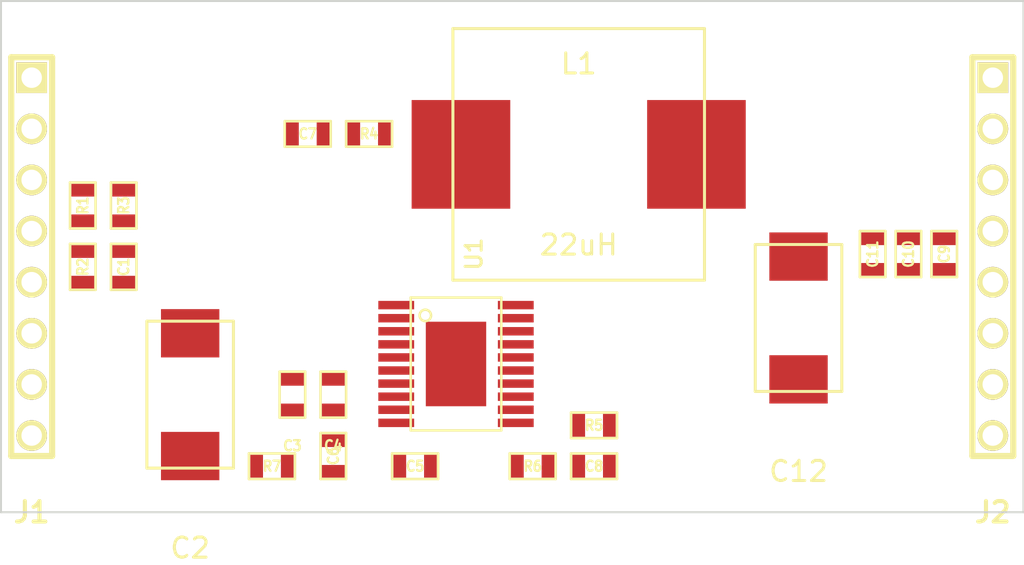
<source format=kicad_pcb>
(kicad_pcb (version 3) (host pcbnew "(2013-07-07 BZR 4022)-stable")

  (general
    (links 51)
    (no_connects 51)
    (area 124.1044 82.150227 188.3156 110.0836)
    (thickness 1.6)
    (drawings 4)
    (tracks 0)
    (zones 0)
    (modules 23)
    (nets 13)
  )

  (page USLetter)
  (layers
    (15 F.Cu signal)
    (0 B.Cu signal)
    (16 B.Adhes user)
    (17 F.Adhes user)
    (18 B.Paste user)
    (19 F.Paste user)
    (20 B.SilkS user)
    (21 F.SilkS user)
    (22 B.Mask user)
    (23 F.Mask user)
    (24 Dwgs.User user)
    (25 Cmts.User user)
    (26 Eco1.User user)
    (27 Eco2.User user)
    (28 Edge.Cuts user)
  )

  (setup
    (last_trace_width 0.2032)
    (trace_clearance 0.2032)
    (zone_clearance 0.508)
    (zone_45_only no)
    (trace_min 0.1524)
    (segment_width 0.2)
    (edge_width 0.1)
    (via_size 0.635)
    (via_drill 0.508)
    (via_min_size 0.3302)
    (via_min_drill 0.3302)
    (uvia_size 0.508)
    (uvia_drill 0.127)
    (uvias_allowed no)
    (uvia_min_size 0.508)
    (uvia_min_drill 0.127)
    (pcb_text_width 0.3)
    (pcb_text_size 1.5 1.5)
    (mod_edge_width 0.15)
    (mod_text_size 1 1)
    (mod_text_width 0.15)
    (pad_size 1.5 1.5)
    (pad_drill 0.6)
    (pad_to_mask_clearance 0)
    (aux_axis_origin 0 0)
    (visible_elements 7FFFFBFF)
    (pcbplotparams
      (layerselection 3178497)
      (usegerberextensions true)
      (excludeedgelayer true)
      (linewidth 0.150000)
      (plotframeref false)
      (viasonmask false)
      (mode 1)
      (useauxorigin false)
      (hpglpennumber 1)
      (hpglpenspeed 20)
      (hpglpendiameter 15)
      (hpglpenoverlay 2)
      (psnegative false)
      (psa4output false)
      (plotreference true)
      (plotvalue true)
      (plotothertext true)
      (plotinvisibletext false)
      (padsonsilk false)
      (subtractmaskfromsilk false)
      (outputformat 1)
      (mirror false)
      (drillshape 1)
      (scaleselection 1)
      (outputdirectory ""))
  )

  (net 0 "")
  (net 1 /Buck_EN)
  (net 2 /Buck_FB)
  (net 3 /Buck_SW)
  (net 4 /PP12VIN)
  (net 5 /PP3V3OUT)
  (net 6 AGND)
  (net 7 GND)
  (net 8 N-000001)
  (net 9 N-000003)
  (net 10 N-000004)
  (net 11 N-000005)
  (net 12 N-000007)

  (net_class Default "This is the default net class."
    (clearance 0.2032)
    (trace_width 0.2032)
    (via_dia 0.635)
    (via_drill 0.508)
    (uvia_dia 0.508)
    (uvia_drill 0.127)
    (add_net "")
    (add_net /Buck_EN)
    (add_net /Buck_FB)
    (add_net /Buck_SW)
    (add_net /PP12VIN)
    (add_net /PP3V3OUT)
    (add_net AGND)
    (add_net GND)
    (add_net N-000001)
    (add_net N-000003)
    (add_net N-000004)
    (add_net N-000005)
    (add_net N-000007)
  )

  (module SRR1280 (layer F.Cu) (tedit 5214FA76) (tstamp 52168714)
    (at 105.664 91.694)
    (path /520E86BA)
    (fp_text reference L1 (at 0 -4.5) (layer F.SilkS)
      (effects (font (size 1 1) (thickness 0.15)))
    )
    (fp_text value 22uH (at 0 4.5) (layer F.SilkS)
      (effects (font (size 1 1) (thickness 0.15)))
    )
    (fp_line (start -6.25 -6.25) (end -6.25 6.25) (layer F.SilkS) (width 0.15))
    (fp_line (start -6.25 6.25) (end 6.25 6.25) (layer F.SilkS) (width 0.15))
    (fp_line (start 6.25 6.25) (end 6.25 -6.25) (layer F.SilkS) (width 0.15))
    (fp_line (start 6.25 -6.25) (end -6.25 -6.25) (layer F.SilkS) (width 0.15))
    (pad 1 smd rect (at -5.85 0) (size 4.9 5.4)
      (layers F.Cu F.Paste F.Mask)
      (net 3 /Buck_SW)
    )
    (pad 2 smd rect (at 5.85 0) (size 4.9 5.4)
      (layers F.Cu F.Paste F.Mask)
      (net 5 /PP3V3OUT)
    )
  )

  (module SM0603 (layer F.Cu) (tedit 4E43A3D1) (tstamp 521651B9)
    (at 122.047 96.647 270)
    (path /520E8861)
    (attr smd)
    (fp_text reference C10 (at 0 0 270) (layer F.SilkS)
      (effects (font (size 0.508 0.4572) (thickness 0.1143)))
    )
    (fp_text value 1uF (at 0 0 270) (layer F.SilkS) hide
      (effects (font (size 0.508 0.4572) (thickness 0.1143)))
    )
    (fp_line (start -1.143 -0.635) (end 1.143 -0.635) (layer F.SilkS) (width 0.127))
    (fp_line (start 1.143 -0.635) (end 1.143 0.635) (layer F.SilkS) (width 0.127))
    (fp_line (start 1.143 0.635) (end -1.143 0.635) (layer F.SilkS) (width 0.127))
    (fp_line (start -1.143 0.635) (end -1.143 -0.635) (layer F.SilkS) (width 0.127))
    (pad 1 smd rect (at -0.762 0 270) (size 0.635 1.143)
      (layers F.Cu F.Paste F.Mask)
      (net 5 /PP3V3OUT)
    )
    (pad 2 smd rect (at 0.762 0 270) (size 0.635 1.143)
      (layers F.Cu F.Paste F.Mask)
      (net 7 GND)
    )
    (model smd\resistors\R0603.wrl
      (at (xyz 0 0 0.001))
      (scale (xyz 0.5 0.5 0.5))
      (rotate (xyz 0 0 0))
    )
  )

  (module SM0603 (layer F.Cu) (tedit 4E43A3D1) (tstamp 52168C0D)
    (at 81.026 97.282 270)
    (path /520EA9E5)
    (attr smd)
    (fp_text reference R2 (at 0 0 270) (layer F.SilkS)
      (effects (font (size 0.508 0.4572) (thickness 0.1143)))
    )
    (fp_text value 10k (at 0 0 270) (layer F.SilkS) hide
      (effects (font (size 0.508 0.4572) (thickness 0.1143)))
    )
    (fp_line (start -1.143 -0.635) (end 1.143 -0.635) (layer F.SilkS) (width 0.127))
    (fp_line (start 1.143 -0.635) (end 1.143 0.635) (layer F.SilkS) (width 0.127))
    (fp_line (start 1.143 0.635) (end -1.143 0.635) (layer F.SilkS) (width 0.127))
    (fp_line (start -1.143 0.635) (end -1.143 -0.635) (layer F.SilkS) (width 0.127))
    (pad 1 smd rect (at -0.762 0 270) (size 0.635 1.143)
      (layers F.Cu F.Paste F.Mask)
      (net 1 /Buck_EN)
    )
    (pad 2 smd rect (at 0.762 0 270) (size 0.635 1.143)
      (layers F.Cu F.Paste F.Mask)
      (net 6 AGND)
    )
    (model smd\resistors\R0603.wrl
      (at (xyz 0 0 0.001))
      (scale (xyz 0.5 0.5 0.5))
      (rotate (xyz 0 0 0))
    )
  )

  (module SM0603 (layer F.Cu) (tedit 4E43A3D1) (tstamp 52168C02)
    (at 83.058 97.282 270)
    (path /520EA104)
    (attr smd)
    (fp_text reference C1 (at 0 0 270) (layer F.SilkS)
      (effects (font (size 0.508 0.4572) (thickness 0.1143)))
    )
    (fp_text value DNP (at 0 0 270) (layer F.SilkS) hide
      (effects (font (size 0.508 0.4572) (thickness 0.1143)))
    )
    (fp_line (start -1.143 -0.635) (end 1.143 -0.635) (layer F.SilkS) (width 0.127))
    (fp_line (start 1.143 -0.635) (end 1.143 0.635) (layer F.SilkS) (width 0.127))
    (fp_line (start 1.143 0.635) (end -1.143 0.635) (layer F.SilkS) (width 0.127))
    (fp_line (start -1.143 0.635) (end -1.143 -0.635) (layer F.SilkS) (width 0.127))
    (pad 1 smd rect (at -0.762 0 270) (size 0.635 1.143)
      (layers F.Cu F.Paste F.Mask)
      (net 1 /Buck_EN)
    )
    (pad 2 smd rect (at 0.762 0 270) (size 0.635 1.143)
      (layers F.Cu F.Paste F.Mask)
      (net 6 AGND)
    )
    (model smd\resistors\R0603.wrl
      (at (xyz 0 0 0.001))
      (scale (xyz 0.5 0.5 0.5))
      (rotate (xyz 0 0 0))
    )
  )

  (module SM0603 (layer F.Cu) (tedit 521656D8) (tstamp 52168BF7)
    (at 81.026 94.234 270)
    (path /520EA0F5)
    (attr smd)
    (fp_text reference R1 (at 0 0 270) (layer F.SilkS)
      (effects (font (size 0.508 0.4572) (thickness 0.1143)))
    )
    (fp_text value 56k (at 0 0 270) (layer F.SilkS) hide
      (effects (font (size 0.508 0.4572) (thickness 0.1143)))
    )
    (fp_line (start -1.143 -0.635) (end 1.143 -0.635) (layer F.SilkS) (width 0.127))
    (fp_line (start 1.143 -0.635) (end 1.143 0.635) (layer F.SilkS) (width 0.127))
    (fp_line (start 1.143 0.635) (end -1.143 0.635) (layer F.SilkS) (width 0.127))
    (fp_line (start -1.143 0.635) (end -1.143 -0.635) (layer F.SilkS) (width 0.127))
    (pad 1 smd rect (at -0.762 0 270) (size 0.635 1.143)
      (layers F.Cu F.Paste F.Mask)
      (net 4 /PP12VIN)
    )
    (pad 2 smd rect (at 0.762 0 270) (size 0.635 1.143)
      (layers F.Cu F.Paste F.Mask)
      (net 1 /Buck_EN)
    )
    (model smd\resistors\R0603.wrl
      (at (xyz 0 0 0.001))
      (scale (xyz 0.5 0.5 0.5))
      (rotate (xyz 0 0 0))
    )
  )

  (module SM0603 (layer F.Cu) (tedit 521655F9) (tstamp 521651E1)
    (at 93.472 103.632 270)
    (path /520E9C66)
    (attr smd)
    (fp_text reference C4 (at 2.54 0 360) (layer F.SilkS)
      (effects (font (size 0.508 0.4572) (thickness 0.1143)))
    )
    (fp_text value 0.1uF (at 0 0 270) (layer F.SilkS) hide
      (effects (font (size 0.508 0.4572) (thickness 0.1143)))
    )
    (fp_line (start -1.143 -0.635) (end 1.143 -0.635) (layer F.SilkS) (width 0.127))
    (fp_line (start 1.143 -0.635) (end 1.143 0.635) (layer F.SilkS) (width 0.127))
    (fp_line (start 1.143 0.635) (end -1.143 0.635) (layer F.SilkS) (width 0.127))
    (fp_line (start -1.143 0.635) (end -1.143 -0.635) (layer F.SilkS) (width 0.127))
    (pad 1 smd rect (at -0.762 0 270) (size 0.635 1.143)
      (layers F.Cu F.Paste F.Mask)
      (net 4 /PP12VIN)
    )
    (pad 2 smd rect (at 0.762 0 270) (size 0.635 1.143)
      (layers F.Cu F.Paste F.Mask)
      (net 7 GND)
    )
    (model smd\resistors\R0603.wrl
      (at (xyz 0 0 0.001))
      (scale (xyz 0.5 0.5 0.5))
      (rotate (xyz 0 0 0))
    )
  )

  (module SM0603 (layer F.Cu) (tedit 521655F7) (tstamp 521651EB)
    (at 91.44 103.632 270)
    (path /520E9C60)
    (attr smd)
    (fp_text reference C3 (at 2.54 0 360) (layer F.SilkS)
      (effects (font (size 0.508 0.4572) (thickness 0.1143)))
    )
    (fp_text value 1uF (at 0 0 270) (layer F.SilkS) hide
      (effects (font (size 0.508 0.4572) (thickness 0.1143)))
    )
    (fp_line (start -1.143 -0.635) (end 1.143 -0.635) (layer F.SilkS) (width 0.127))
    (fp_line (start 1.143 -0.635) (end 1.143 0.635) (layer F.SilkS) (width 0.127))
    (fp_line (start 1.143 0.635) (end -1.143 0.635) (layer F.SilkS) (width 0.127))
    (fp_line (start -1.143 0.635) (end -1.143 -0.635) (layer F.SilkS) (width 0.127))
    (pad 1 smd rect (at -0.762 0 270) (size 0.635 1.143)
      (layers F.Cu F.Paste F.Mask)
      (net 4 /PP12VIN)
    )
    (pad 2 smd rect (at 0.762 0 270) (size 0.635 1.143)
      (layers F.Cu F.Paste F.Mask)
      (net 7 GND)
    )
    (model smd\resistors\R0603.wrl
      (at (xyz 0 0 0.001))
      (scale (xyz 0.5 0.5 0.5))
      (rotate (xyz 0 0 0))
    )
  )

  (module SM0603 (layer F.Cu) (tedit 4E43A3D1) (tstamp 521651F5)
    (at 95.25 90.678)
    (path /520E7E20)
    (attr smd)
    (fp_text reference R4 (at 0 0) (layer F.SilkS)
      (effects (font (size 0.508 0.4572) (thickness 0.1143)))
    )
    (fp_text value 0 (at 0 0) (layer F.SilkS) hide
      (effects (font (size 0.508 0.4572) (thickness 0.1143)))
    )
    (fp_line (start -1.143 -0.635) (end 1.143 -0.635) (layer F.SilkS) (width 0.127))
    (fp_line (start 1.143 -0.635) (end 1.143 0.635) (layer F.SilkS) (width 0.127))
    (fp_line (start 1.143 0.635) (end -1.143 0.635) (layer F.SilkS) (width 0.127))
    (fp_line (start -1.143 0.635) (end -1.143 -0.635) (layer F.SilkS) (width 0.127))
    (pad 1 smd rect (at -0.762 0) (size 0.635 1.143)
      (layers F.Cu F.Paste F.Mask)
      (net 8 N-000001)
    )
    (pad 2 smd rect (at 0.762 0) (size 0.635 1.143)
      (layers F.Cu F.Paste F.Mask)
      (net 3 /Buck_SW)
    )
    (model smd\resistors\R0603.wrl
      (at (xyz 0 0 0.001))
      (scale (xyz 0.5 0.5 0.5))
      (rotate (xyz 0 0 0))
    )
  )

  (module SM0603 (layer F.Cu) (tedit 4E43A3D1) (tstamp 521651FF)
    (at 120.269 96.647 270)
    (path /520E8867)
    (attr smd)
    (fp_text reference C11 (at 0 0 270) (layer F.SilkS)
      (effects (font (size 0.508 0.4572) (thickness 0.1143)))
    )
    (fp_text value 10uF (at 0 0 270) (layer F.SilkS) hide
      (effects (font (size 0.508 0.4572) (thickness 0.1143)))
    )
    (fp_line (start -1.143 -0.635) (end 1.143 -0.635) (layer F.SilkS) (width 0.127))
    (fp_line (start 1.143 -0.635) (end 1.143 0.635) (layer F.SilkS) (width 0.127))
    (fp_line (start 1.143 0.635) (end -1.143 0.635) (layer F.SilkS) (width 0.127))
    (fp_line (start -1.143 0.635) (end -1.143 -0.635) (layer F.SilkS) (width 0.127))
    (pad 1 smd rect (at -0.762 0 270) (size 0.635 1.143)
      (layers F.Cu F.Paste F.Mask)
      (net 5 /PP3V3OUT)
    )
    (pad 2 smd rect (at 0.762 0 270) (size 0.635 1.143)
      (layers F.Cu F.Paste F.Mask)
      (net 7 GND)
    )
    (model smd\resistors\R0603.wrl
      (at (xyz 0 0 0.001))
      (scale (xyz 0.5 0.5 0.5))
      (rotate (xyz 0 0 0))
    )
  )

  (module SM0603 (layer F.Cu) (tedit 52166780) (tstamp 52168BEC)
    (at 83.058 94.234 270)
    (path /520E7E57)
    (attr smd)
    (fp_text reference R3 (at 0 0 270) (layer F.SilkS)
      (effects (font (size 0.508 0.4572) (thickness 0.1143)))
    )
    (fp_text value 51k (at 0 0 270) (layer F.SilkS) hide
      (effects (font (size 0.508 0.4572) (thickness 0.1143)))
    )
    (fp_line (start -1.143 -0.635) (end 1.143 -0.635) (layer F.SilkS) (width 0.127))
    (fp_line (start 1.143 -0.635) (end 1.143 0.635) (layer F.SilkS) (width 0.127))
    (fp_line (start 1.143 0.635) (end -1.143 0.635) (layer F.SilkS) (width 0.127))
    (fp_line (start -1.143 0.635) (end -1.143 -0.635) (layer F.SilkS) (width 0.127))
    (pad 1 smd rect (at -0.762 0 270) (size 0.635 1.143)
      (layers F.Cu F.Paste F.Mask)
      (net 4 /PP12VIN)
    )
    (pad 2 smd rect (at 0.762 0 270) (size 0.635 1.143)
      (layers F.Cu F.Paste F.Mask)
      (net 12 N-000007)
    )
    (model smd\resistors\R0603.wrl
      (at (xyz 0 0 0.001))
      (scale (xyz 0.5 0.5 0.5))
      (rotate (xyz 0 0 0))
    )
  )

  (module SM0603 (layer F.Cu) (tedit 52165289) (tstamp 52168C18)
    (at 103.378 107.188 180)
    (path /520E7E3E)
    (attr smd)
    (fp_text reference R6 (at 0 0 180) (layer F.SilkS)
      (effects (font (size 0.508 0.4572) (thickness 0.1143)))
    )
    (fp_text value 3.9k (at 0 0 180) (layer F.SilkS) hide
      (effects (font (size 0.508 0.4572) (thickness 0.1143)))
    )
    (fp_line (start -1.143 -0.635) (end 1.143 -0.635) (layer F.SilkS) (width 0.127))
    (fp_line (start 1.143 -0.635) (end 1.143 0.635) (layer F.SilkS) (width 0.127))
    (fp_line (start 1.143 0.635) (end -1.143 0.635) (layer F.SilkS) (width 0.127))
    (fp_line (start -1.143 0.635) (end -1.143 -0.635) (layer F.SilkS) (width 0.127))
    (pad 1 smd rect (at -0.762 0 180) (size 0.635 1.143)
      (layers F.Cu F.Paste F.Mask)
      (net 2 /Buck_FB)
    )
    (pad 2 smd rect (at 0.762 0 180) (size 0.635 1.143)
      (layers F.Cu F.Paste F.Mask)
      (net 6 AGND)
    )
    (model smd\resistors\R0603.wrl
      (at (xyz 0 0 0.001))
      (scale (xyz 0.5 0.5 0.5))
      (rotate (xyz 0 0 0))
    )
  )

  (module SM0603 (layer F.Cu) (tedit 4E43A3D1) (tstamp 52168BE1)
    (at 106.426 105.156 180)
    (path /520E7E2F)
    (attr smd)
    (fp_text reference R5 (at 0 0 180) (layer F.SilkS)
      (effects (font (size 0.508 0.4572) (thickness 0.1143)))
    )
    (fp_text value 9.1k (at 0 0 180) (layer F.SilkS) hide
      (effects (font (size 0.508 0.4572) (thickness 0.1143)))
    )
    (fp_line (start -1.143 -0.635) (end 1.143 -0.635) (layer F.SilkS) (width 0.127))
    (fp_line (start 1.143 -0.635) (end 1.143 0.635) (layer F.SilkS) (width 0.127))
    (fp_line (start 1.143 0.635) (end -1.143 0.635) (layer F.SilkS) (width 0.127))
    (fp_line (start -1.143 0.635) (end -1.143 -0.635) (layer F.SilkS) (width 0.127))
    (pad 1 smd rect (at -0.762 0 180) (size 0.635 1.143)
      (layers F.Cu F.Paste F.Mask)
      (net 5 /PP3V3OUT)
    )
    (pad 2 smd rect (at 0.762 0 180) (size 0.635 1.143)
      (layers F.Cu F.Paste F.Mask)
      (net 2 /Buck_FB)
    )
    (model smd\resistors\R0603.wrl
      (at (xyz 0 0 0.001))
      (scale (xyz 0.5 0.5 0.5))
      (rotate (xyz 0 0 0))
    )
  )

  (module SM0603 (layer F.Cu) (tedit 4E43A3D1) (tstamp 52165227)
    (at 92.202 90.678)
    (path /520E7275)
    (attr smd)
    (fp_text reference C7 (at 0 0) (layer F.SilkS)
      (effects (font (size 0.508 0.4572) (thickness 0.1143)))
    )
    (fp_text value 33nF (at 0 0) (layer F.SilkS) hide
      (effects (font (size 0.508 0.4572) (thickness 0.1143)))
    )
    (fp_line (start -1.143 -0.635) (end 1.143 -0.635) (layer F.SilkS) (width 0.127))
    (fp_line (start 1.143 -0.635) (end 1.143 0.635) (layer F.SilkS) (width 0.127))
    (fp_line (start 1.143 0.635) (end -1.143 0.635) (layer F.SilkS) (width 0.127))
    (fp_line (start -1.143 0.635) (end -1.143 -0.635) (layer F.SilkS) (width 0.127))
    (pad 1 smd rect (at -0.762 0) (size 0.635 1.143)
      (layers F.Cu F.Paste F.Mask)
      (net 11 N-000005)
    )
    (pad 2 smd rect (at 0.762 0) (size 0.635 1.143)
      (layers F.Cu F.Paste F.Mask)
      (net 8 N-000001)
    )
    (model smd\resistors\R0603.wrl
      (at (xyz 0 0 0.001))
      (scale (xyz 0.5 0.5 0.5))
      (rotate (xyz 0 0 0))
    )
  )

  (module SM0603 (layer F.Cu) (tedit 521658C9) (tstamp 52168BC0)
    (at 93.472 106.68 90)
    (path /520E7266)
    (attr smd)
    (fp_text reference C6 (at 0 0 90) (layer F.SilkS)
      (effects (font (size 0.508 0.4572) (thickness 0.1143)))
    )
    (fp_text value 10nF (at 0 0 90) (layer F.SilkS) hide
      (effects (font (size 0.508 0.4572) (thickness 0.1143)))
    )
    (fp_line (start -1.143 -0.635) (end 1.143 -0.635) (layer F.SilkS) (width 0.127))
    (fp_line (start 1.143 -0.635) (end 1.143 0.635) (layer F.SilkS) (width 0.127))
    (fp_line (start 1.143 0.635) (end -1.143 0.635) (layer F.SilkS) (width 0.127))
    (fp_line (start -1.143 0.635) (end -1.143 -0.635) (layer F.SilkS) (width 0.127))
    (pad 1 smd rect (at -0.762 0 90) (size 0.635 1.143)
      (layers F.Cu F.Paste F.Mask)
      (net 10 N-000004)
    )
    (pad 2 smd rect (at 0.762 0 90) (size 0.635 1.143)
      (layers F.Cu F.Paste F.Mask)
      (net 6 AGND)
    )
    (model smd\resistors\R0603.wrl
      (at (xyz 0 0 0.001))
      (scale (xyz 0.5 0.5 0.5))
      (rotate (xyz 0 0 0))
    )
  )

  (module SM0603 (layer F.Cu) (tedit 4E43A3D1) (tstamp 52168BCB)
    (at 97.536 107.188)
    (path /520E7257)
    (attr smd)
    (fp_text reference C5 (at 0 0) (layer F.SilkS)
      (effects (font (size 0.508 0.4572) (thickness 0.1143)))
    )
    (fp_text value 1uF (at 0 0) (layer F.SilkS) hide
      (effects (font (size 0.508 0.4572) (thickness 0.1143)))
    )
    (fp_line (start -1.143 -0.635) (end 1.143 -0.635) (layer F.SilkS) (width 0.127))
    (fp_line (start 1.143 -0.635) (end 1.143 0.635) (layer F.SilkS) (width 0.127))
    (fp_line (start 1.143 0.635) (end -1.143 0.635) (layer F.SilkS) (width 0.127))
    (fp_line (start -1.143 0.635) (end -1.143 -0.635) (layer F.SilkS) (width 0.127))
    (pad 1 smd rect (at -0.762 0) (size 0.635 1.143)
      (layers F.Cu F.Paste F.Mask)
      (net 9 N-000003)
    )
    (pad 2 smd rect (at 0.762 0) (size 0.635 1.143)
      (layers F.Cu F.Paste F.Mask)
      (net 6 AGND)
    )
    (model smd\resistors\R0603.wrl
      (at (xyz 0 0 0.001))
      (scale (xyz 0.5 0.5 0.5))
      (rotate (xyz 0 0 0))
    )
  )

  (module SM0603 (layer F.Cu) (tedit 4E43A3D1) (tstamp 52168BD6)
    (at 106.426 107.188 180)
    (path /520E7E5B)
    (attr smd)
    (fp_text reference C8 (at 0 0 180) (layer F.SilkS)
      (effects (font (size 0.508 0.4572) (thickness 0.1143)))
    )
    (fp_text value DNP (at 0 0 180) (layer F.SilkS) hide
      (effects (font (size 0.508 0.4572) (thickness 0.1143)))
    )
    (fp_line (start -1.143 -0.635) (end 1.143 -0.635) (layer F.SilkS) (width 0.127))
    (fp_line (start 1.143 -0.635) (end 1.143 0.635) (layer F.SilkS) (width 0.127))
    (fp_line (start 1.143 0.635) (end -1.143 0.635) (layer F.SilkS) (width 0.127))
    (fp_line (start -1.143 0.635) (end -1.143 -0.635) (layer F.SilkS) (width 0.127))
    (pad 1 smd rect (at -0.762 0 180) (size 0.635 1.143)
      (layers F.Cu F.Paste F.Mask)
      (net 5 /PP3V3OUT)
    )
    (pad 2 smd rect (at 0.762 0 180) (size 0.635 1.143)
      (layers F.Cu F.Paste F.Mask)
      (net 2 /Buck_FB)
    )
    (model smd\resistors\R0603.wrl
      (at (xyz 0 0 0.001))
      (scale (xyz 0.5 0.5 0.5))
      (rotate (xyz 0 0 0))
    )
  )

  (module SM0603 (layer F.Cu) (tedit 5216561F) (tstamp 5216524F)
    (at 123.825 96.647 270)
    (path /520E7239)
    (attr smd)
    (fp_text reference C9 (at 0 0 270) (layer F.SilkS)
      (effects (font (size 0.508 0.4572) (thickness 0.1143)))
    )
    (fp_text value 0.1uF (at 0 0 270) (layer F.SilkS) hide
      (effects (font (size 0.508 0.4572) (thickness 0.1143)))
    )
    (fp_line (start -1.143 -0.635) (end 1.143 -0.635) (layer F.SilkS) (width 0.127))
    (fp_line (start 1.143 -0.635) (end 1.143 0.635) (layer F.SilkS) (width 0.127))
    (fp_line (start 1.143 0.635) (end -1.143 0.635) (layer F.SilkS) (width 0.127))
    (fp_line (start -1.143 0.635) (end -1.143 -0.635) (layer F.SilkS) (width 0.127))
    (pad 1 smd rect (at -0.762 0 270) (size 0.635 1.143)
      (layers F.Cu F.Paste F.Mask)
      (net 5 /PP3V3OUT)
    )
    (pad 2 smd rect (at 0.762 0 270) (size 0.635 1.143)
      (layers F.Cu F.Paste F.Mask)
      (net 7 GND)
    )
    (model smd\resistors\R0603.wrl
      (at (xyz 0 0 0.001))
      (scale (xyz 0.5 0.5 0.5))
      (rotate (xyz 0 0 0))
    )
  )

  (module pin_array_8x1 (layer F.Cu) (tedit 52165935) (tstamp 5216525F)
    (at 78.486 96.774 270)
    (descr "Double rangee de contacts 2 x 8 pins")
    (tags CONN)
    (path /520E9126)
    (fp_text reference J1 (at 12.7 0 360) (layer F.SilkS)
      (effects (font (size 1.016 1.016) (thickness 0.2032)))
    )
    (fp_text value POWERCONN (at 11.43 0 360) (layer F.SilkS) hide
      (effects (font (size 1.016 1.016) (thickness 0.2032)))
    )
    (fp_line (start -9.906 1.016) (end -9.906 -1.016) (layer F.SilkS) (width 0.3048))
    (fp_line (start -9.906 -1.016) (end 9.906 -1.016) (layer F.SilkS) (width 0.3048))
    (fp_line (start 9.906 -1.016) (end 9.906 1.016) (layer F.SilkS) (width 0.3048))
    (fp_line (start 9.906 1.016) (end -9.906 1.016) (layer F.SilkS) (width 0.3048))
    (pad 1 thru_hole rect (at -8.89 0 270) (size 1.524 1.524) (drill 1.016)
      (layers *.Cu *.Mask F.SilkS)
      (net 4 /PP12VIN)
    )
    (pad 2 thru_hole circle (at -6.35 0 270) (size 1.524 1.524) (drill 1.016)
      (layers *.Cu *.Mask F.SilkS)
      (net 4 /PP12VIN)
    )
    (pad 3 thru_hole circle (at -3.81 0 270) (size 1.524 1.524) (drill 1.016)
      (layers *.Cu *.Mask F.SilkS)
    )
    (pad 4 thru_hole circle (at -1.27 0 270) (size 1.524 1.524) (drill 1.016)
      (layers *.Cu *.Mask F.SilkS)
    )
    (pad 5 thru_hole circle (at 1.27 0 270) (size 1.524 1.524) (drill 1.016)
      (layers *.Cu *.Mask F.SilkS)
    )
    (pad 6 thru_hole circle (at 3.81 0 270) (size 1.524 1.524) (drill 1.016)
      (layers *.Cu *.Mask F.SilkS)
    )
    (pad 7 thru_hole circle (at 6.35 0 270) (size 1.524 1.524) (drill 1.016)
      (layers *.Cu *.Mask F.SilkS)
      (net 7 GND)
    )
    (pad 8 thru_hole circle (at 8.89 0 270) (size 1.524 1.524) (drill 1.016)
      (layers *.Cu *.Mask F.SilkS)
      (net 7 GND)
    )
    (model pin_array/pins_array_8x2.wrl
      (at (xyz 0 0 0))
      (scale (xyz 1 1 1))
      (rotate (xyz 0 0 0))
    )
  )

  (module pin_array_8x1 (layer F.Cu) (tedit 5216593D) (tstamp 5216526F)
    (at 126.238 96.774 270)
    (descr "Double rangee de contacts 2 x 8 pins")
    (tags CONN)
    (path /520E9505)
    (fp_text reference J2 (at 12.7 0 360) (layer F.SilkS)
      (effects (font (size 1.016 1.016) (thickness 0.2032)))
    )
    (fp_text value POWERCONN (at 11.43 0 360) (layer F.SilkS) hide
      (effects (font (size 1.016 1.016) (thickness 0.2032)))
    )
    (fp_line (start -9.906 1.016) (end -9.906 -1.016) (layer F.SilkS) (width 0.3048))
    (fp_line (start -9.906 -1.016) (end 9.906 -1.016) (layer F.SilkS) (width 0.3048))
    (fp_line (start 9.906 -1.016) (end 9.906 1.016) (layer F.SilkS) (width 0.3048))
    (fp_line (start 9.906 1.016) (end -9.906 1.016) (layer F.SilkS) (width 0.3048))
    (pad 1 thru_hole rect (at -8.89 0 270) (size 1.524 1.524) (drill 1.016)
      (layers *.Cu *.Mask F.SilkS)
      (net 5 /PP3V3OUT)
    )
    (pad 2 thru_hole circle (at -6.35 0 270) (size 1.524 1.524) (drill 1.016)
      (layers *.Cu *.Mask F.SilkS)
      (net 5 /PP3V3OUT)
    )
    (pad 3 thru_hole circle (at -3.81 0 270) (size 1.524 1.524) (drill 1.016)
      (layers *.Cu *.Mask F.SilkS)
    )
    (pad 4 thru_hole circle (at -1.27 0 270) (size 1.524 1.524) (drill 1.016)
      (layers *.Cu *.Mask F.SilkS)
    )
    (pad 5 thru_hole circle (at 1.27 0 270) (size 1.524 1.524) (drill 1.016)
      (layers *.Cu *.Mask F.SilkS)
    )
    (pad 6 thru_hole circle (at 3.81 0 270) (size 1.524 1.524) (drill 1.016)
      (layers *.Cu *.Mask F.SilkS)
    )
    (pad 7 thru_hole circle (at 6.35 0 270) (size 1.524 1.524) (drill 1.016)
      (layers *.Cu *.Mask F.SilkS)
      (net 7 GND)
    )
    (pad 8 thru_hole circle (at 8.89 0 270) (size 1.524 1.524) (drill 1.016)
      (layers *.Cu *.Mask F.SilkS)
      (net 7 GND)
    )
    (model pin_array/pins_array_8x2.wrl
      (at (xyz 0 0 0))
      (scale (xyz 1 1 1))
      (rotate (xyz 0 0 0))
    )
  )

  (module htssop-pwp-20 (layer F.Cu) (tedit 52166B3D) (tstamp 52168B31)
    (at 99.568 102.108 270)
    (descr TSSOP-20)
    (path /520E6FE1)
    (attr smd)
    (fp_text reference U1 (at -5.461 -0.889 270) (layer F.SilkS)
      (effects (font (size 0.8001 0.8001) (thickness 0.14986)))
    )
    (fp_text value LM3102 (at -6.985 -3.429 270) (layer F.SilkS) hide
      (effects (font (size 1.00076 1.00076) (thickness 0.14986)))
    )
    (fp_line (start 3.3 -2.25) (end -3.3 -2.25) (layer F.SilkS) (width 0.127))
    (fp_line (start -3.3 -2.25) (end -3.3 2.25) (layer F.SilkS) (width 0.127))
    (fp_line (start -3.3 2.25) (end 3.3 2.25) (layer F.SilkS) (width 0.127))
    (fp_line (start 3.3 2.25) (end 3.3 -2.25) (layer F.SilkS) (width 0.127))
    (fp_circle (center -2.413 1.524) (end -2.54 1.778) (layer F.SilkS) (width 0.127))
    (pad 21 smd rect (at 0 0 270) (size 4.2 3)
      (layers F.Cu F.Paste F.Mask)
      (net 6 AGND)
    )
    (pad 1 smd rect (at -2.925 2.97 270) (size 0.42 1.78)
      (layers F.Cu F.Paste F.Mask)
    )
    (pad 2 smd rect (at -2.275 2.97 270) (size 0.42 1.78)
      (layers F.Cu F.Paste F.Mask)
      (net 3 /Buck_SW)
    )
    (pad 3 smd rect (at -1.625 2.97 270) (size 0.42 1.78)
      (layers F.Cu F.Paste F.Mask)
      (net 3 /Buck_SW)
    )
    (pad 4 smd rect (at -0.975 2.97 270) (size 0.42 1.78)
      (layers F.Cu F.Paste F.Mask)
      (net 4 /PP12VIN)
    )
    (pad 5 smd rect (at -0.325 2.97 270) (size 0.42 1.78)
      (layers F.Cu F.Paste F.Mask)
      (net 4 /PP12VIN)
    )
    (pad 6 smd rect (at 0.325 2.97 270) (size 0.42 1.78)
      (layers F.Cu F.Paste F.Mask)
      (net 11 N-000005)
    )
    (pad 7 smd rect (at 0.975 2.97 270) (size 0.42 1.78)
      (layers F.Cu F.Paste F.Mask)
      (net 6 AGND)
    )
    (pad 8 smd rect (at 1.625 2.97 270) (size 0.42 1.78)
      (layers F.Cu F.Paste F.Mask)
      (net 10 N-000004)
    )
    (pad 9 smd rect (at 2.275 2.97 270) (size 0.42 1.78)
      (layers F.Cu F.Paste F.Mask)
    )
    (pad 10 smd rect (at 2.925 2.97 270) (size 0.42 1.78)
      (layers F.Cu F.Paste F.Mask)
    )
    (pad 11 smd rect (at 2.925 -2.97 270) (size 0.42 1.78)
      (layers F.Cu F.Paste F.Mask)
      (net 6 AGND)
    )
    (pad 12 smd rect (at 2.275 -2.97 270) (size 0.42 1.78)
      (layers F.Cu F.Paste F.Mask)
    )
    (pad 13 smd rect (at 1.625 -2.97 270) (size 0.42 1.78)
      (layers F.Cu F.Paste F.Mask)
      (net 2 /Buck_FB)
    )
    (pad 14 smd rect (at 0.975 -2.97 270) (size 0.42 1.78)
      (layers F.Cu F.Paste F.Mask)
      (net 1 /Buck_EN)
    )
    (pad 15 smd rect (at 0.325 -2.97 270) (size 0.42 1.78)
      (layers F.Cu F.Paste F.Mask)
      (net 12 N-000007)
    )
    (pad 16 smd rect (at -0.325 -2.97 270) (size 0.42 1.78)
      (layers F.Cu F.Paste F.Mask)
      (net 9 N-000003)
    )
    (pad 17 smd rect (at -0.975 -2.97 270) (size 0.42 1.78)
      (layers F.Cu F.Paste F.Mask)
      (net 7 GND)
    )
    (pad 18 smd rect (at -1.625 -2.97 270) (size 0.42 1.78)
      (layers F.Cu F.Paste F.Mask)
      (net 7 GND)
    )
    (pad 19 smd rect (at -2.275 -2.97 270) (size 0.42 1.78)
      (layers F.Cu F.Paste F.Mask)
    )
    (pad 20 smd rect (at -2.925 -2.97 270) (size 0.42 1.78)
      (layers F.Cu F.Paste F.Mask)
    )
    (model smd/smd_dil/tssop-20.wrl
      (at (xyz 0 0 0))
      (scale (xyz 1 1 1))
      (rotate (xyz 0 0 0))
    )
  )

  (module C_D4 (layer F.Cu) (tedit 52165941) (tstamp 52165297)
    (at 116.586 99.822 270)
    (path /52137E62)
    (fp_text reference C12 (at 7.62 0 360) (layer F.SilkS)
      (effects (font (size 1 1) (thickness 0.15)))
    )
    (fp_text value 330uF (at 6.35 0 360) (layer F.SilkS) hide
      (effects (font (size 1 1) (thickness 0.15)))
    )
    (fp_line (start -3.65 -2.15) (end -3.65 2.15) (layer F.SilkS) (width 0.15))
    (fp_line (start -3.65 2.15) (end 3.65 2.15) (layer F.SilkS) (width 0.15))
    (fp_line (start 3.65 2.15) (end 3.65 -2.15) (layer F.SilkS) (width 0.15))
    (fp_line (start 3.65 -2.15) (end -3.65 -2.15) (layer F.SilkS) (width 0.15))
    (pad 1 smd rect (at -3.05 0 270) (size 2.4 2.9)
      (layers F.Cu F.Paste F.Mask)
      (net 5 /PP3V3OUT)
    )
    (pad 2 smd rect (at 3.05 0 270) (size 2.4 2.9)
      (layers F.Cu F.Paste F.Mask)
      (net 7 GND)
    )
  )

  (module C_D3L (layer F.Cu) (tedit 52165932) (tstamp 521691C6)
    (at 86.36 103.632 270)
    (path /520E7248)
    (fp_text reference C2 (at 7.62 0 360) (layer F.SilkS)
      (effects (font (size 1 1) (thickness 0.15)))
    )
    (fp_text value 100uF (at 6.35 0 360) (layer F.SilkS) hide
      (effects (font (size 1 1) (thickness 0.15)))
    )
    (fp_line (start -3.65 -2.15) (end -3.65 2.15) (layer F.SilkS) (width 0.15))
    (fp_line (start -3.65 2.15) (end 3.65 2.15) (layer F.SilkS) (width 0.15))
    (fp_line (start 3.65 2.15) (end 3.65 -2.15) (layer F.SilkS) (width 0.15))
    (fp_line (start 3.65 -2.15) (end -3.65 -2.15) (layer F.SilkS) (width 0.15))
    (pad 1 smd rect (at -3.05 0 270) (size 2.4 2.9)
      (layers F.Cu F.Paste F.Mask)
      (net 4 /PP12VIN)
    )
    (pad 2 smd rect (at 3.05 0 270) (size 2.4 2.9)
      (layers F.Cu F.Paste F.Mask)
      (net 7 GND)
    )
  )

  (module SM0603 (layer F.Cu) (tedit 4E43A3D1) (tstamp 521686FF)
    (at 90.424 107.188 180)
    (path /52165AA1)
    (attr smd)
    (fp_text reference R7 (at 0 0 180) (layer F.SilkS)
      (effects (font (size 0.508 0.4572) (thickness 0.1143)))
    )
    (fp_text value 0 (at 0 0 180) (layer F.SilkS) hide
      (effects (font (size 0.508 0.4572) (thickness 0.1143)))
    )
    (fp_line (start -1.143 -0.635) (end 1.143 -0.635) (layer F.SilkS) (width 0.127))
    (fp_line (start 1.143 -0.635) (end 1.143 0.635) (layer F.SilkS) (width 0.127))
    (fp_line (start 1.143 0.635) (end -1.143 0.635) (layer F.SilkS) (width 0.127))
    (fp_line (start -1.143 0.635) (end -1.143 -0.635) (layer F.SilkS) (width 0.127))
    (pad 1 smd rect (at -0.762 0 180) (size 0.635 1.143)
      (layers F.Cu F.Paste F.Mask)
      (net 6 AGND)
    )
    (pad 2 smd rect (at 0.762 0 180) (size 0.635 1.143)
      (layers F.Cu F.Paste F.Mask)
      (net 7 GND)
    )
    (model smd\resistors\R0603.wrl
      (at (xyz 0 0 0.001))
      (scale (xyz 0.5 0.5 0.5))
      (rotate (xyz 0 0 0))
    )
  )

  (gr_line (start 127.762 84.074) (end 76.962 84.074) (angle 90) (layer Edge.Cuts) (width 0.1))
  (gr_line (start 127.762 109.474) (end 127.762 84.074) (angle 90) (layer Edge.Cuts) (width 0.1))
  (gr_line (start 76.962 109.474) (end 127.762 109.474) (angle 90) (layer Edge.Cuts) (width 0.1))
  (gr_line (start 76.962 84.074) (end 76.962 109.474) (angle 90) (layer Edge.Cuts) (width 0.1))

)

</source>
